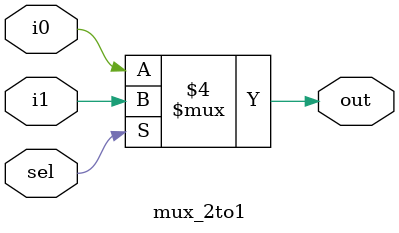
<source format=v>


`timescale 1ns/10ps

module mux_2to1 (
    i0,
    i1,
    sel,
    out
);


input i0;
input i1;
input sel;
output out;
reg out;




always @(i1, i0, sel) begin: MUX_2TO1_MUX2TO1
    if ((sel == 0)) begin
        out = i0;
    end
    else begin
        out = i1;
    end
end

endmodule

</source>
